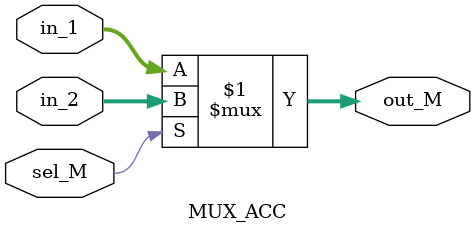
<source format=v>
`timescale 1ns / 1ps

`define WIDTH_4 8
module MUX_ACC(
in_1 , in_2 , out_M , sel_M );

input [`WIDTH_4-1:0] in_1 , in_2 ;
input sel_M ;
output [`WIDTH_4-1:0] out_M ;


assign out_M = sel_M ? in_2 :in_1 ;

endmodule

</source>
